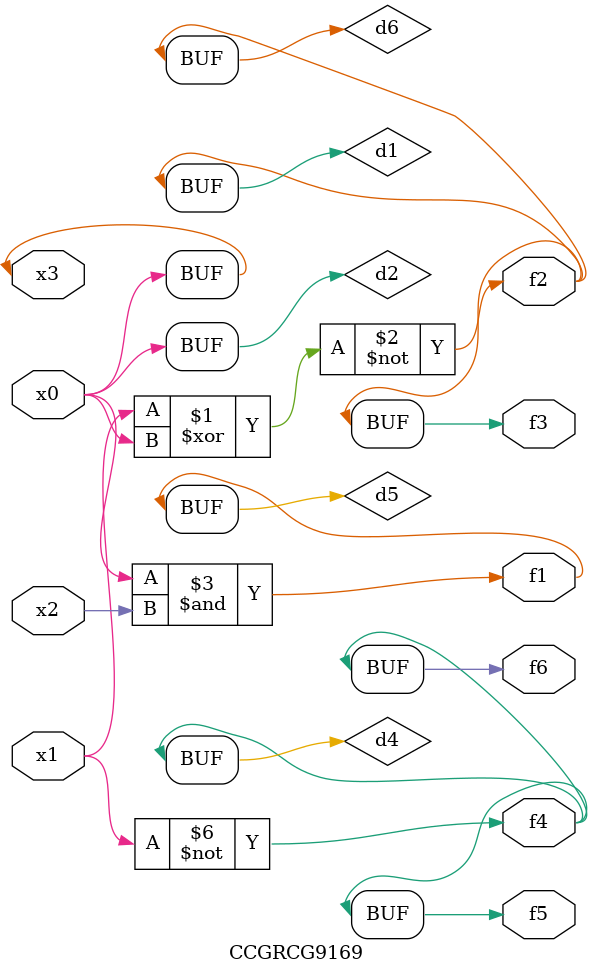
<source format=v>
module CCGRCG9169(
	input x0, x1, x2, x3,
	output f1, f2, f3, f4, f5, f6
);

	wire d1, d2, d3, d4, d5, d6;

	xnor (d1, x1, x3);
	buf (d2, x0, x3);
	nand (d3, x0, x2);
	not (d4, x1);
	nand (d5, d3);
	or (d6, d1);
	assign f1 = d5;
	assign f2 = d6;
	assign f3 = d6;
	assign f4 = d4;
	assign f5 = d4;
	assign f6 = d4;
endmodule

</source>
